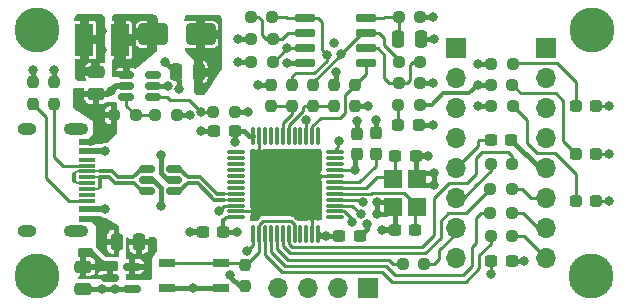
<source format=gtl>
G04 #@! TF.GenerationSoftware,KiCad,Pcbnew,7.0.6-71-g49772d2539*
G04 #@! TF.CreationDate,2023-08-07T20:45:02-04:00*
G04 #@! TF.ProjectId,Free_PDK,46726565-5f50-4444-9b2e-6b696361645f,rev?*
G04 #@! TF.SameCoordinates,Original*
G04 #@! TF.FileFunction,Copper,L1,Top*
G04 #@! TF.FilePolarity,Positive*
%FSLAX46Y46*%
G04 Gerber Fmt 4.6, Leading zero omitted, Abs format (unit mm)*
G04 Created by KiCad (PCBNEW 7.0.6-71-g49772d2539) date 2023-08-07 20:45:02*
%MOMM*%
%LPD*%
G01*
G04 APERTURE LIST*
G04 Aperture macros list*
%AMRoundRect*
0 Rectangle with rounded corners*
0 $1 Rounding radius*
0 $2 $3 $4 $5 $6 $7 $8 $9 X,Y pos of 4 corners*
0 Add a 4 corners polygon primitive as box body*
4,1,4,$2,$3,$4,$5,$6,$7,$8,$9,$2,$3,0*
0 Add four circle primitives for the rounded corners*
1,1,$1+$1,$2,$3*
1,1,$1+$1,$4,$5*
1,1,$1+$1,$6,$7*
1,1,$1+$1,$8,$9*
0 Add four rect primitives between the rounded corners*
20,1,$1+$1,$2,$3,$4,$5,0*
20,1,$1+$1,$4,$5,$6,$7,0*
20,1,$1+$1,$6,$7,$8,$9,0*
20,1,$1+$1,$8,$9,$2,$3,0*%
G04 Aperture macros list end*
G04 #@! TA.AperFunction,SMDPad,CuDef*
%ADD10RoundRect,0.075000X0.662500X0.075000X-0.662500X0.075000X-0.662500X-0.075000X0.662500X-0.075000X0*%
G04 #@! TD*
G04 #@! TA.AperFunction,SMDPad,CuDef*
%ADD11RoundRect,0.075000X0.075000X0.662500X-0.075000X0.662500X-0.075000X-0.662500X0.075000X-0.662500X0*%
G04 #@! TD*
G04 #@! TA.AperFunction,SMDPad,CuDef*
%ADD12RoundRect,0.237500X-0.250000X-0.237500X0.250000X-0.237500X0.250000X0.237500X-0.250000X0.237500X0*%
G04 #@! TD*
G04 #@! TA.AperFunction,ComponentPad*
%ADD13C,3.800000*%
G04 #@! TD*
G04 #@! TA.AperFunction,SMDPad,CuDef*
%ADD14R,1.536000X2.700000*%
G04 #@! TD*
G04 #@! TA.AperFunction,SMDPad,CuDef*
%ADD15RoundRect,0.237500X0.237500X-0.250000X0.237500X0.250000X-0.237500X0.250000X-0.237500X-0.250000X0*%
G04 #@! TD*
G04 #@! TA.AperFunction,SMDPad,CuDef*
%ADD16RoundRect,0.237500X0.287500X0.237500X-0.287500X0.237500X-0.287500X-0.237500X0.287500X-0.237500X0*%
G04 #@! TD*
G04 #@! TA.AperFunction,SMDPad,CuDef*
%ADD17RoundRect,0.237500X0.300000X0.237500X-0.300000X0.237500X-0.300000X-0.237500X0.300000X-0.237500X0*%
G04 #@! TD*
G04 #@! TA.AperFunction,SMDPad,CuDef*
%ADD18RoundRect,0.237500X-0.237500X0.250000X-0.237500X-0.250000X0.237500X-0.250000X0.237500X0.250000X0*%
G04 #@! TD*
G04 #@! TA.AperFunction,SMDPad,CuDef*
%ADD19RoundRect,0.150000X-0.512500X-0.150000X0.512500X-0.150000X0.512500X0.150000X-0.512500X0.150000X0*%
G04 #@! TD*
G04 #@! TA.AperFunction,SMDPad,CuDef*
%ADD20RoundRect,0.237500X0.250000X0.237500X-0.250000X0.237500X-0.250000X-0.237500X0.250000X-0.237500X0*%
G04 #@! TD*
G04 #@! TA.AperFunction,SMDPad,CuDef*
%ADD21RoundRect,0.237500X-0.300000X-0.237500X0.300000X-0.237500X0.300000X0.237500X-0.300000X0.237500X0*%
G04 #@! TD*
G04 #@! TA.AperFunction,SMDPad,CuDef*
%ADD22RoundRect,0.250000X-0.475000X0.250000X-0.475000X-0.250000X0.475000X-0.250000X0.475000X0.250000X0*%
G04 #@! TD*
G04 #@! TA.AperFunction,SMDPad,CuDef*
%ADD23R,1.447200X0.650000*%
G04 #@! TD*
G04 #@! TA.AperFunction,SMDPad,CuDef*
%ADD24R,1.447200X0.672400*%
G04 #@! TD*
G04 #@! TA.AperFunction,SMDPad,CuDef*
%ADD25RoundRect,0.150000X-0.725000X-0.150000X0.725000X-0.150000X0.725000X0.150000X-0.725000X0.150000X0*%
G04 #@! TD*
G04 #@! TA.AperFunction,SMDPad,CuDef*
%ADD26RoundRect,0.150000X0.587500X0.150000X-0.587500X0.150000X-0.587500X-0.150000X0.587500X-0.150000X0*%
G04 #@! TD*
G04 #@! TA.AperFunction,ComponentPad*
%ADD27R,1.700000X1.700000*%
G04 #@! TD*
G04 #@! TA.AperFunction,ComponentPad*
%ADD28O,1.700000X1.700000*%
G04 #@! TD*
G04 #@! TA.AperFunction,SMDPad,CuDef*
%ADD29RoundRect,0.237500X0.237500X-0.300000X0.237500X0.300000X-0.237500X0.300000X-0.237500X-0.300000X0*%
G04 #@! TD*
G04 #@! TA.AperFunction,ComponentPad*
%ADD30O,2.100000X1.000000*%
G04 #@! TD*
G04 #@! TA.AperFunction,ComponentPad*
%ADD31O,1.600000X1.000000*%
G04 #@! TD*
G04 #@! TA.AperFunction,SMDPad,CuDef*
%ADD32R,1.450000X0.600000*%
G04 #@! TD*
G04 #@! TA.AperFunction,SMDPad,CuDef*
%ADD33R,1.450000X0.300000*%
G04 #@! TD*
G04 #@! TA.AperFunction,SMDPad,CuDef*
%ADD34R,1.553800X1.632000*%
G04 #@! TD*
G04 #@! TA.AperFunction,SMDPad,CuDef*
%ADD35R,1.503000X1.632000*%
G04 #@! TD*
G04 #@! TA.AperFunction,SMDPad,CuDef*
%ADD36RoundRect,0.250000X-0.250000X-0.475000X0.250000X-0.475000X0.250000X0.475000X-0.250000X0.475000X0*%
G04 #@! TD*
G04 #@! TA.AperFunction,SMDPad,CuDef*
%ADD37RoundRect,0.250000X0.250000X0.475000X-0.250000X0.475000X-0.250000X-0.475000X0.250000X-0.475000X0*%
G04 #@! TD*
G04 #@! TA.AperFunction,SMDPad,CuDef*
%ADD38RoundRect,0.250000X1.000000X0.650000X-1.000000X0.650000X-1.000000X-0.650000X1.000000X-0.650000X0*%
G04 #@! TD*
G04 #@! TA.AperFunction,ViaPad*
%ADD39C,0.800000*%
G04 #@! TD*
G04 #@! TA.AperFunction,Conductor*
%ADD40C,0.400000*%
G04 #@! TD*
G04 #@! TA.AperFunction,Conductor*
%ADD41C,0.500000*%
G04 #@! TD*
G04 #@! TA.AperFunction,Conductor*
%ADD42C,0.250000*%
G04 #@! TD*
G04 #@! TA.AperFunction,Conductor*
%ADD43C,0.600000*%
G04 #@! TD*
G04 #@! TA.AperFunction,Conductor*
%ADD44C,0.300000*%
G04 #@! TD*
G04 #@! TA.AperFunction,Conductor*
%ADD45C,0.304800*%
G04 #@! TD*
G04 #@! TA.AperFunction,Conductor*
%ADD46C,0.200000*%
G04 #@! TD*
G04 APERTURE END LIST*
D10*
X100490550Y-100171000D03*
X100490550Y-99671000D03*
X100490550Y-99171000D03*
X100490550Y-98671000D03*
X100490550Y-98171000D03*
X100490550Y-97671000D03*
X100490550Y-97171000D03*
X100490550Y-96671000D03*
X100490550Y-96171000D03*
X100490550Y-95671000D03*
X100490550Y-95171000D03*
X100490550Y-94671000D03*
D11*
X99078050Y-93258500D03*
X98578050Y-93258500D03*
X98078050Y-93258500D03*
X97578050Y-93258500D03*
X97078050Y-93258500D03*
X96578050Y-93258500D03*
X96078050Y-93258500D03*
X95578050Y-93258500D03*
X95078050Y-93258500D03*
X94578050Y-93258500D03*
X94078050Y-93258500D03*
X93578050Y-93258500D03*
D10*
X92165550Y-94671000D03*
X92165550Y-95171000D03*
X92165550Y-95671000D03*
X92165550Y-96171000D03*
X92165550Y-96671000D03*
X92165550Y-97171000D03*
X92165550Y-97671000D03*
X92165550Y-98171000D03*
X92165550Y-98671000D03*
X92165550Y-99171000D03*
X92165550Y-99671000D03*
X92165550Y-100171000D03*
D11*
X93578050Y-101583500D03*
X94078050Y-101583500D03*
X94578050Y-101583500D03*
X95078050Y-101583500D03*
X95578050Y-101583500D03*
X96078050Y-101583500D03*
X96578050Y-101583500D03*
X97078050Y-101583500D03*
X97578050Y-101583500D03*
X98078050Y-101583500D03*
X98578050Y-101583500D03*
X99078050Y-101583500D03*
D12*
X113702350Y-88925400D03*
X115527350Y-88925400D03*
D13*
X122224800Y-84302600D03*
D14*
X79279400Y-85140800D03*
X82315400Y-85140800D03*
D15*
X98661749Y-90754200D03*
X98661749Y-88929200D03*
D16*
X107617200Y-92329000D03*
X105867200Y-92329000D03*
D15*
X92913200Y-106017700D03*
X92913200Y-104192700D03*
D17*
X107312800Y-101269800D03*
X105587800Y-101269800D03*
D18*
X76708000Y-88749500D03*
X76708000Y-90574500D03*
D13*
X75311000Y-84328000D03*
D19*
X82815000Y-88077000D03*
X82815000Y-89027000D03*
X82815000Y-89977000D03*
X85090000Y-89977000D03*
X85090000Y-89027000D03*
X85090000Y-88077000D03*
D20*
X107725750Y-83185000D03*
X105900750Y-83185000D03*
D21*
X113699650Y-93599000D03*
X115424650Y-93599000D03*
D22*
X79197200Y-104333000D03*
X79197200Y-106233000D03*
D20*
X115474650Y-97764600D03*
X113649650Y-97764600D03*
D23*
X90830400Y-106172000D03*
X86283200Y-106172000D03*
D24*
X90830400Y-104010800D03*
D23*
X86283200Y-104022000D03*
D20*
X91996900Y-91236800D03*
X90171900Y-91236800D03*
D25*
X97950551Y-83312000D03*
X97950551Y-84582000D03*
X97950551Y-85852000D03*
X97950551Y-87122000D03*
X103100551Y-87122000D03*
X103100551Y-85852000D03*
X103100551Y-84582000D03*
X103100551Y-83312000D03*
D12*
X113675050Y-95656400D03*
X115500050Y-95656400D03*
D19*
X84593000Y-96078000D03*
X84593000Y-97028000D03*
X84593000Y-97978000D03*
X86868000Y-97978000D03*
X86868000Y-97028000D03*
X86868000Y-96078000D03*
D26*
X83335100Y-106233000D03*
X83335100Y-104333000D03*
X81460100Y-105283000D03*
D15*
X100439750Y-90754200D03*
X100439750Y-88929200D03*
D12*
X93401551Y-85090000D03*
X95226551Y-85090000D03*
D20*
X95191551Y-83185000D03*
X93366551Y-83185000D03*
D16*
X122631200Y-98780600D03*
X120881200Y-98780600D03*
D27*
X110726750Y-85840600D03*
D28*
X110726750Y-88380600D03*
X110726750Y-90920600D03*
X110726750Y-93460600D03*
X110726750Y-96000600D03*
X110726750Y-98540600D03*
X110726750Y-101080600D03*
X110726750Y-103620600D03*
D16*
X122631200Y-94767400D03*
X120881200Y-94767400D03*
D29*
X103936800Y-94765200D03*
X103936800Y-93040200D03*
D20*
X115474650Y-99771200D03*
X113649650Y-99771200D03*
D27*
X103284550Y-106172000D03*
D28*
X100744550Y-106172000D03*
X98204550Y-106172000D03*
X95664550Y-106172000D03*
D20*
X95226551Y-86995000D03*
X93401551Y-86995000D03*
D30*
X78576600Y-92710000D03*
D31*
X74396600Y-92710000D03*
D30*
X78576600Y-101350000D03*
D31*
X74396600Y-101350000D03*
D32*
X79491600Y-93780000D03*
X79491600Y-94580000D03*
D33*
X79491600Y-95780000D03*
X79491600Y-96780000D03*
X79491600Y-97280000D03*
X79491600Y-98280000D03*
D32*
X79491600Y-99480000D03*
X79491600Y-100280000D03*
X79491600Y-100280000D03*
X79491600Y-99480000D03*
D33*
X79491600Y-98780000D03*
X79491600Y-97780000D03*
X79491600Y-96280000D03*
X79491600Y-95280000D03*
D32*
X79491600Y-94580000D03*
X79491600Y-93780000D03*
D15*
X96883750Y-90754200D03*
X96883750Y-88929200D03*
D22*
X80264000Y-87848400D03*
X80264000Y-89748400D03*
D20*
X115500050Y-101777800D03*
X113675050Y-101777800D03*
D18*
X102217750Y-88929200D03*
X102217750Y-90754200D03*
D34*
X107467400Y-99333000D03*
X107467400Y-96901000D03*
D35*
X105389000Y-96901000D03*
X105389000Y-99333000D03*
D20*
X107694100Y-90627200D03*
X105869100Y-90627200D03*
D17*
X91059000Y-101396800D03*
X89334000Y-101396800D03*
D12*
X105900750Y-87045800D03*
X107725750Y-87045800D03*
D36*
X105865150Y-85064600D03*
X107765150Y-85064600D03*
D13*
X122199400Y-105156000D03*
D15*
X95105750Y-90754200D03*
X95105750Y-88929200D03*
D12*
X85293200Y-91516200D03*
X87118200Y-91516200D03*
D29*
X102336600Y-94818200D03*
X102336600Y-93093200D03*
D18*
X74930000Y-88749499D03*
X74930000Y-90574499D03*
D16*
X122631200Y-90728800D03*
X120881200Y-90728800D03*
D13*
X75311000Y-105156000D03*
D21*
X100872650Y-101727000D03*
X102597650Y-101727000D03*
X105614300Y-94970600D03*
X107339300Y-94970600D03*
D37*
X88961000Y-87884000D03*
X87061000Y-87884000D03*
D38*
X89122000Y-84683600D03*
X85122000Y-84683600D03*
D27*
X118346750Y-85852000D03*
D28*
X118346750Y-88392000D03*
X118346750Y-90932000D03*
X118346750Y-93472000D03*
X118346750Y-96012000D03*
X118346750Y-98552000D03*
X118346750Y-101092000D03*
X118346750Y-103632000D03*
D12*
X113725850Y-90703400D03*
X115550850Y-90703400D03*
X113725850Y-87172800D03*
X115550850Y-87172800D03*
D20*
X83614900Y-91516200D03*
X81789900Y-91516200D03*
D21*
X113725050Y-103835200D03*
X115450050Y-103835200D03*
D17*
X91998550Y-92837000D03*
X90273550Y-92837000D03*
D20*
X107725750Y-88773000D03*
X105900750Y-88773000D03*
X108083250Y-104114600D03*
X106258250Y-104114600D03*
D37*
X83906400Y-102235000D03*
X82006400Y-102235000D03*
D39*
X94013550Y-88925400D03*
X94132400Y-95275400D03*
X76708000Y-87655400D03*
X103200200Y-100761800D03*
X96477350Y-87122000D03*
X100617550Y-87833200D03*
X108788200Y-92329000D03*
X81838800Y-106273600D03*
X96350350Y-99466400D03*
X92286350Y-86995000D03*
X89136750Y-92837000D03*
X98560150Y-97434400D03*
X116509800Y-103860600D03*
X87312358Y-89268853D03*
X98534750Y-95199200D03*
X80848200Y-101168200D03*
X97417150Y-96291400D03*
X96324950Y-95199200D03*
X95156550Y-98399600D03*
X74930000Y-87655400D03*
X103284550Y-90754200D03*
X79324200Y-90982800D03*
X104478000Y-101273200D03*
X108383251Y-94982899D03*
X80594200Y-92278200D03*
X85750400Y-99187000D03*
X80822800Y-102412800D03*
X102336600Y-91973400D03*
X108821750Y-88773000D03*
X78892400Y-89763600D03*
X108898850Y-97409000D03*
X95131150Y-96316800D03*
X93116400Y-91236800D03*
X104063800Y-99906522D03*
X104060333Y-98877344D03*
X100380800Y-85394800D03*
X88239600Y-101396800D03*
X92311750Y-85090000D03*
X108847150Y-85064600D03*
X81559400Y-89433400D03*
X103936800Y-91945800D03*
X80416400Y-91211400D03*
X81483200Y-92837000D03*
X94038950Y-97434400D03*
X86150000Y-86973000D03*
X96324950Y-97434400D03*
X98534750Y-99720400D03*
X97493350Y-98425000D03*
X80645000Y-93345000D03*
X80797400Y-106273600D03*
X91643200Y-105079800D03*
X108898850Y-96393000D03*
X94038950Y-99466400D03*
X84531200Y-105054400D03*
X85039200Y-102260400D03*
X112629850Y-90703400D03*
X92203100Y-101396800D03*
X112606350Y-88925400D03*
X84531200Y-103581200D03*
X88498200Y-106163800D03*
X99779350Y-101727000D03*
X102192350Y-96164400D03*
X112629850Y-87172800D03*
X91998800Y-93806499D03*
X78968600Y-87960200D03*
X81000600Y-99480000D03*
X81584800Y-104267000D03*
X80746600Y-84429600D03*
X85750400Y-94894400D03*
X79194900Y-103164600D03*
X80746600Y-85979000D03*
X80670400Y-104267000D03*
X81000600Y-94580000D03*
X86334444Y-89062240D03*
X100990400Y-86372100D03*
X113715800Y-104978200D03*
X99826133Y-86417610D03*
X101968900Y-100587722D03*
X123723400Y-90728800D03*
X102695005Y-99896170D03*
X123723400Y-94767400D03*
X123723400Y-98780600D03*
X102886750Y-98895500D03*
X90652600Y-99644200D03*
X93091000Y-103022400D03*
X89148768Y-91237869D03*
X100812600Y-93675200D03*
X96477350Y-85852000D03*
X98081858Y-91926909D03*
X88925400Y-86385400D03*
X108821750Y-83185000D03*
X90220800Y-86360000D03*
X88188800Y-91516200D03*
X90271600Y-87452200D03*
X88976200Y-89154000D03*
D40*
X86150000Y-86973000D02*
X87061000Y-87884000D01*
X85750400Y-99187000D02*
X85750400Y-97655283D01*
X87061000Y-88331000D02*
X87061000Y-87884000D01*
D41*
X104481400Y-101269800D02*
X105581000Y-101269800D01*
D40*
X104848228Y-99906522D02*
X104063800Y-99906522D01*
D41*
X80035400Y-89748400D02*
X81244400Y-89748400D01*
D40*
X92286350Y-86995000D02*
X93401551Y-86995000D01*
X79960000Y-100280000D02*
X79491600Y-100280000D01*
X105587800Y-101269800D02*
X105587800Y-99531800D01*
X85123117Y-97028000D02*
X84593000Y-97028000D01*
X74930000Y-88749499D02*
X74930000Y-87655400D01*
X89136750Y-92837000D02*
X90273550Y-92837000D01*
X108847150Y-85064600D02*
X107765150Y-85064600D01*
X85750400Y-97655283D02*
X85123117Y-97028000D01*
X100617550Y-87833200D02*
X100617550Y-88751400D01*
X79491600Y-93780000D02*
X79752800Y-93780000D01*
X103200200Y-100761800D02*
X103200200Y-101124450D01*
X107493750Y-96907400D02*
X107995350Y-97409000D01*
X107725750Y-88773000D02*
X108821750Y-88773000D01*
X102336600Y-93093200D02*
X102336600Y-91973400D01*
X80797400Y-106273600D02*
X79237800Y-106273600D01*
X91643200Y-105226000D02*
X92434900Y-106017700D01*
X107339300Y-96772900D02*
X107467400Y-96901000D01*
X103200200Y-101124450D02*
X102597650Y-101727000D01*
X105587800Y-99531800D02*
X105389000Y-99333000D01*
X104063800Y-99899588D02*
X104063800Y-98880811D01*
X105415350Y-99339400D02*
X104848228Y-99906522D01*
D42*
X98560150Y-97434400D02*
X99323550Y-96671000D01*
X98578050Y-99763700D02*
X98534750Y-99720400D01*
D40*
X93401551Y-85090000D02*
X92311750Y-85090000D01*
X87312358Y-88582358D02*
X87061000Y-88331000D01*
X115424650Y-93599000D02*
X117837650Y-96012000D01*
X102217750Y-90754200D02*
X103284550Y-90754200D01*
D41*
X108383251Y-94982899D02*
X107351599Y-94982899D01*
D40*
X80619600Y-93319600D02*
X80645000Y-93345000D01*
X96477350Y-87122000D02*
X97950551Y-87122000D01*
X95101950Y-88925400D02*
X95105750Y-88929200D01*
D42*
X98578050Y-101583500D02*
X98578050Y-99763700D01*
X92165550Y-99671000D02*
X93834350Y-99671000D01*
D40*
X107995350Y-97409000D02*
X108898850Y-97409000D01*
X108898850Y-96393000D02*
X108008150Y-96393000D01*
D42*
X94078050Y-95221050D02*
X94078050Y-93258500D01*
D40*
X103936800Y-91945800D02*
X103936800Y-93040200D01*
X107617200Y-92329000D02*
X108788200Y-92329000D01*
X80848200Y-101168200D02*
X79960000Y-100280000D01*
X117837650Y-96012000D02*
X118346750Y-96012000D01*
X103956117Y-98969967D02*
X103952650Y-98966500D01*
X80797400Y-106273600D02*
X81838800Y-106273600D01*
D43*
X79752800Y-93780000D02*
X80213200Y-93319600D01*
D40*
X83294500Y-106273600D02*
X83335100Y-106233000D01*
X107339300Y-94970600D02*
X107339300Y-96772900D01*
X116484400Y-103835200D02*
X115450050Y-103835200D01*
X79525100Y-106156800D02*
X79525100Y-106106000D01*
X87312358Y-89268853D02*
X87312358Y-88582358D01*
X108898850Y-96393000D02*
X108898850Y-97409000D01*
X105590000Y-99534000D02*
X105389000Y-99333000D01*
D41*
X79999800Y-89712800D02*
X80035400Y-89748400D01*
D40*
X83340100Y-106238000D02*
X83335100Y-106233000D01*
X100617550Y-88751400D02*
X100439750Y-88929200D01*
X80213200Y-93319600D02*
X80619600Y-93319600D01*
D42*
X93834350Y-99671000D02*
X94038950Y-99466400D01*
X99323550Y-96671000D02*
X100490550Y-96671000D01*
D40*
X79237800Y-106273600D02*
X79197200Y-106233000D01*
D41*
X81244400Y-89748400D02*
X81559400Y-89433400D01*
X81965800Y-89027000D02*
X82815000Y-89027000D01*
D40*
X103952650Y-99992211D02*
X103956117Y-99988744D01*
D41*
X88239600Y-101396800D02*
X89334000Y-101396800D01*
D40*
X81838800Y-106273600D02*
X83294500Y-106273600D01*
X116509800Y-103860600D02*
X116484400Y-103835200D01*
X79492400Y-100279200D02*
X79491600Y-100280000D01*
X104953294Y-98877344D02*
X105415350Y-99339400D01*
X108008150Y-96393000D02*
X107493750Y-96907400D01*
X93116400Y-91236800D02*
X91996900Y-91236800D01*
D41*
X81559400Y-89433400D02*
X81965800Y-89027000D01*
D42*
X94132400Y-95275400D02*
X94078050Y-95221050D01*
D40*
X79197200Y-106182200D02*
X79248000Y-106131400D01*
X94013550Y-88925400D02*
X95101950Y-88925400D01*
X104060333Y-98877344D02*
X104953294Y-98877344D01*
X76708000Y-88749500D02*
X76708000Y-87655400D01*
X92434900Y-106017700D02*
X92913200Y-106017700D01*
X91643200Y-105079800D02*
X91643200Y-105226000D01*
D42*
X104681550Y-86393550D02*
X104140000Y-85852000D01*
X105900750Y-88773000D02*
X106561150Y-88773000D01*
X106815150Y-88519000D02*
X106815150Y-87299800D01*
X105900750Y-88773000D02*
X105079800Y-88773000D01*
X104140000Y-85852000D02*
X103100551Y-85852000D01*
X107069150Y-87045800D02*
X107725750Y-87045800D01*
X106815150Y-87299800D02*
X107069150Y-87045800D01*
X105079800Y-88773000D02*
X104681550Y-88374750D01*
X106561150Y-88773000D02*
X106815150Y-88519000D01*
X104681550Y-88374750D02*
X104681550Y-86393550D01*
X103936800Y-95791550D02*
X103936800Y-94765200D01*
X100490550Y-97171000D02*
X102557350Y-97171000D01*
X102557350Y-97171000D02*
X103936800Y-95791550D01*
D40*
X100872650Y-101727000D02*
X99779350Y-101727000D01*
D44*
X111869750Y-89662000D02*
X112606350Y-88925400D01*
D40*
X88490000Y-106172000D02*
X88498200Y-106163800D01*
D44*
X108712000Y-90627200D02*
X109677200Y-89662000D01*
D40*
X99779350Y-101727000D02*
X99221550Y-101727000D01*
D42*
X91295300Y-100171000D02*
X92115550Y-100171000D01*
D40*
X99221550Y-101727000D02*
X99128050Y-101633500D01*
X93215850Y-93258500D02*
X93528050Y-93258500D01*
X102336600Y-94818200D02*
X102209600Y-94945200D01*
X99128050Y-101633500D02*
X99128050Y-101583500D01*
D42*
X102185750Y-96171000D02*
X100490550Y-96171000D01*
D44*
X107694100Y-90627200D02*
X108712000Y-90627200D01*
D40*
X113725850Y-87172800D02*
X112629850Y-87172800D01*
X92203100Y-101396800D02*
X91059000Y-101396800D01*
X91998550Y-92837000D02*
X92794350Y-92837000D01*
X102311200Y-96045550D02*
X102192350Y-96164400D01*
X113725850Y-90703400D02*
X112629850Y-90703400D01*
D42*
X102192350Y-96164400D02*
X102185750Y-96171000D01*
D40*
X88498200Y-106163800D02*
X90822200Y-106163800D01*
X90822200Y-106163800D02*
X90830400Y-106172000D01*
D44*
X109677200Y-89662000D02*
X111869750Y-89662000D01*
D40*
X102209600Y-94945200D02*
X102209600Y-96147150D01*
X102209600Y-96147150D02*
X102192350Y-96164400D01*
X92794350Y-92837000D02*
X93215850Y-93258500D01*
X91998800Y-93806499D02*
X91998550Y-93806249D01*
X113702350Y-88925400D02*
X112606350Y-88925400D01*
X86384800Y-106172000D02*
X88490000Y-106172000D01*
X91998550Y-93806249D02*
X91998550Y-92837000D01*
D44*
X91059000Y-101396800D02*
X91059000Y-100407300D01*
D42*
X91059000Y-100407300D02*
X91295300Y-100171000D01*
D41*
X81000600Y-94580000D02*
X79491600Y-94580000D01*
D40*
X85750400Y-96400717D02*
X86377683Y-97028000D01*
X86377683Y-97028000D02*
X86868000Y-97028000D01*
X85125240Y-89062240D02*
X85090000Y-89027000D01*
X85750400Y-94894400D02*
X85750400Y-96400717D01*
D41*
X81000600Y-99480000D02*
X79491600Y-99480000D01*
D40*
X86334444Y-89062240D02*
X85125240Y-89062240D01*
D42*
X103581200Y-98171000D02*
X103632000Y-98120200D01*
X107315000Y-99485400D02*
X107467400Y-99333000D01*
X106325350Y-98120200D02*
X107519150Y-99314000D01*
X103632000Y-98120200D02*
X106325350Y-98120200D01*
X107312800Y-101269800D02*
X107312800Y-99487600D01*
X100490550Y-98171000D02*
X103581200Y-98171000D01*
X107312800Y-99487600D02*
X107467400Y-99333000D01*
X103141400Y-97671000D02*
X104027100Y-96785300D01*
X105614300Y-96675700D02*
X105389000Y-96901000D01*
X100490550Y-97671000D02*
X103141400Y-97671000D01*
X105614300Y-94970600D02*
X105614300Y-96675700D01*
X104027100Y-96785300D02*
X105389950Y-96785300D01*
X113725050Y-104968950D02*
X113725050Y-103835200D01*
X102780500Y-84582000D02*
X103075151Y-84582000D01*
X98661749Y-88722201D02*
X98661749Y-88929200D01*
X100990400Y-86372100D02*
X100990400Y-86393550D01*
X104681550Y-85584786D02*
X105900750Y-86803986D01*
X105900750Y-86803986D02*
X105900750Y-87045800D01*
X104249750Y-84582000D02*
X104681550Y-85013800D01*
X103100551Y-84582000D02*
X104249750Y-84582000D01*
X100990400Y-86393550D02*
X98661749Y-88722201D01*
X100990400Y-86372100D02*
X102780500Y-84582000D01*
X113715800Y-104978200D02*
X113725050Y-104968950D01*
X104681550Y-85013800D02*
X104681550Y-85584786D01*
X96324950Y-83185000D02*
X96451950Y-83312000D01*
X112682550Y-93599000D02*
X112606350Y-93675200D01*
X98763350Y-87960200D02*
X97163150Y-87960200D01*
X96883750Y-88239600D02*
X96883750Y-88929200D01*
X97163150Y-87960200D02*
X96883750Y-88239600D01*
X112606350Y-94132400D02*
X110726750Y-96012000D01*
X113699650Y-93599000D02*
X112682550Y-93599000D01*
X99390200Y-83659450D02*
X99042750Y-83312000D01*
X97950551Y-83312000D02*
X96451950Y-83312000D01*
X112606350Y-93675200D02*
X112606350Y-94132400D01*
X99826133Y-86417610D02*
X99826133Y-86897417D01*
X99826133Y-86897417D02*
X98763350Y-87960200D01*
X99390200Y-85981677D02*
X99390200Y-83659450D01*
X95191551Y-83185000D02*
X96324950Y-83185000D01*
X99042750Y-83312000D02*
X97950551Y-83312000D01*
X99826133Y-86417610D02*
X99390200Y-85981677D01*
X101968900Y-100346165D02*
X101293735Y-99671000D01*
X123723400Y-90728800D02*
X122631200Y-90728800D01*
X101293735Y-99671000D02*
X100490550Y-99671000D01*
X101968900Y-100587722D02*
X101968900Y-100346165D01*
X120878600Y-88714050D02*
X120878600Y-90726200D01*
X115550850Y-87172800D02*
X115601650Y-87122000D01*
X120878600Y-90726200D02*
X120881200Y-90728800D01*
X119286550Y-87122000D02*
X120878600Y-88714050D01*
X115601650Y-87122000D02*
X119286550Y-87122000D01*
X122631200Y-94767400D02*
X123723400Y-94767400D01*
X102695005Y-99896170D02*
X101969835Y-99171000D01*
X101969835Y-99171000D02*
X100490550Y-99171000D01*
X119176800Y-89662000D02*
X119811800Y-90297000D01*
X119811800Y-93698000D02*
X120881200Y-94767400D01*
X119811800Y-90297000D02*
X119811800Y-93698000D01*
X115527350Y-88925400D02*
X116263950Y-89662000D01*
X116263950Y-89662000D02*
X119176800Y-89662000D01*
X102662250Y-98671000D02*
X100490550Y-98671000D01*
X102886750Y-98895500D02*
X102662250Y-98671000D01*
X122631200Y-98780600D02*
X123723400Y-98780600D01*
X120881200Y-96522600D02*
X120881200Y-98704400D01*
X115550850Y-90703400D02*
X116771950Y-91924500D01*
X116771950Y-91924500D02*
X116771950Y-93878400D01*
X117635550Y-94742000D02*
X119100600Y-94742000D01*
X119100600Y-94742000D02*
X120881200Y-96522600D01*
X116771950Y-93878400D02*
X117635550Y-94742000D01*
X76708000Y-95021400D02*
X76708000Y-90574500D01*
X77466600Y-95780000D02*
X76708000Y-95021400D01*
X79491600Y-95780000D02*
X77466600Y-95780000D01*
X76022200Y-91666699D02*
X74930000Y-90574499D01*
X79491600Y-98780000D02*
X77977400Y-98780000D01*
X76022200Y-96824800D02*
X76022200Y-91666699D01*
X77977400Y-98780000D02*
X76022200Y-96824800D01*
X90652600Y-99644200D02*
X91125800Y-99171000D01*
X91125800Y-99171000D02*
X92165550Y-99171000D01*
X93091000Y-103022400D02*
X93573600Y-102539800D01*
X93573600Y-101587950D02*
X93578050Y-101583500D01*
X93573600Y-102539800D02*
X93573600Y-101587950D01*
X96578050Y-101583500D02*
X96578050Y-102386685D01*
X108872550Y-101650800D02*
X108872550Y-98526600D01*
X96864514Y-102673149D02*
X107850201Y-102673149D01*
X108872550Y-98526600D02*
X110117150Y-97282000D01*
X112453950Y-95173800D02*
X112987350Y-94640400D01*
X112453950Y-96469200D02*
X112453950Y-95173800D01*
X96578050Y-102386685D02*
X96864514Y-102673149D01*
X115146350Y-94640400D02*
X115500050Y-94994100D01*
X115500050Y-94994100D02*
X115500050Y-95656400D01*
X111641150Y-97282000D02*
X112453950Y-96469200D01*
X112987350Y-94640400D02*
X115146350Y-94640400D01*
X110117150Y-97282000D02*
X111641150Y-97282000D01*
X107850201Y-102673149D02*
X108872550Y-101650800D01*
X95578050Y-102808900D02*
X95578050Y-101583500D01*
X96528150Y-103759000D02*
X95578050Y-102808900D01*
X105087950Y-103759000D02*
X96528150Y-103759000D01*
X105443550Y-104114600D02*
X105087950Y-103759000D01*
X105443550Y-104114600D02*
X106258250Y-104114600D01*
X96078050Y-102597700D02*
X96680550Y-103200200D01*
X108161350Y-103200200D02*
X109456750Y-101904800D01*
X109456750Y-100457000D02*
X110091750Y-99822000D01*
X96680550Y-103200200D02*
X108161350Y-103200200D01*
X110091750Y-99822000D02*
X111592250Y-99822000D01*
X111592250Y-99822000D02*
X113649650Y-97764600D01*
X109456750Y-101904800D02*
X109456750Y-100457000D01*
X96078050Y-101583500D02*
X96078050Y-102597700D01*
X96299550Y-104292400D02*
X104783150Y-104292400D01*
X112453950Y-100203000D02*
X112885750Y-99771200D01*
X112115600Y-104292400D02*
X112115600Y-102649550D01*
X95078050Y-101583500D02*
X95078050Y-103070900D01*
X112115600Y-102649550D02*
X112453950Y-102311200D01*
X112453950Y-102311200D02*
X112453950Y-100203000D01*
X104783150Y-104292400D02*
X105570550Y-105079800D01*
X111328200Y-105079800D02*
X112115600Y-104292400D01*
X112885750Y-99771200D02*
X113649650Y-99771200D01*
X95078050Y-103070900D02*
X96299550Y-104292400D01*
X105570550Y-105079800D02*
X111328200Y-105079800D01*
X94578050Y-101583500D02*
X94578050Y-103358300D01*
X105291150Y-105638600D02*
X111582200Y-105638600D01*
X112725200Y-104495600D02*
X112725200Y-103352600D01*
X94578050Y-103358300D02*
X96045550Y-104825800D01*
X113675050Y-102402750D02*
X113675050Y-101777800D01*
X111582200Y-105638600D02*
X112725200Y-104495600D01*
X96045550Y-104825800D02*
X104478350Y-104825800D01*
X104478350Y-104825800D02*
X105291150Y-105638600D01*
X112725200Y-103352600D02*
X113675050Y-102402750D01*
X86512400Y-90246200D02*
X86243200Y-89977000D01*
X100490550Y-94479850D02*
X100490550Y-94671000D01*
X86243200Y-89977000D02*
X85090000Y-89977000D01*
X100761800Y-93726000D02*
X100761800Y-94208600D01*
X89148768Y-91237869D02*
X89149837Y-91236800D01*
X89148768Y-91237869D02*
X88157099Y-90246200D01*
X100812600Y-93675200D02*
X100761800Y-93726000D01*
X100761800Y-94208600D02*
X100490550Y-94479850D01*
X89149837Y-91236800D02*
X90171900Y-91236800D01*
X88157099Y-90246200D02*
X86512400Y-90246200D01*
X101328750Y-89818200D02*
X102217750Y-88929200D01*
X100922350Y-91719400D02*
X101328750Y-91313000D01*
X103100551Y-88046399D02*
X102217750Y-88929200D01*
X103100551Y-87122000D02*
X103100551Y-88046399D01*
X98578050Y-93258500D02*
X98578050Y-92455315D01*
X98578050Y-92455315D02*
X99313965Y-91719400D01*
X99313965Y-91719400D02*
X100922350Y-91719400D01*
X101328750Y-91313000D02*
X101328750Y-89818200D01*
X98078050Y-91930717D02*
X98081858Y-91926909D01*
X96477350Y-85852000D02*
X97950551Y-85852000D01*
X98078050Y-93258500D02*
X98078050Y-91930717D01*
X95334350Y-86995000D02*
X96477350Y-85852000D01*
X95226551Y-86995000D02*
X95334350Y-86995000D01*
X94292950Y-84734400D02*
X94648550Y-85090000D01*
X95226551Y-85090000D02*
X96045550Y-85090000D01*
X96045550Y-85090000D02*
X96553550Y-84582000D01*
X93988150Y-83185000D02*
X94292950Y-83489800D01*
X94648550Y-85090000D02*
X95226551Y-85090000D01*
X94292950Y-83489800D02*
X94292950Y-84734400D01*
X96553550Y-84582000D02*
X97950551Y-84582000D01*
X93366551Y-83185000D02*
X93988150Y-83185000D01*
X96883750Y-91381050D02*
X96883750Y-90754200D01*
X95105750Y-90754200D02*
X96883750Y-90754200D01*
X96078050Y-93258500D02*
X96078050Y-92186750D01*
X96078050Y-92186750D02*
X96883750Y-91381050D01*
X96578050Y-93258500D02*
X96578050Y-92455315D01*
X96578050Y-92382915D02*
X97764600Y-91196365D01*
X98661749Y-90754200D02*
X100439750Y-90754200D01*
X97764600Y-91196365D02*
X97764600Y-90906600D01*
X97764600Y-90906600D02*
X97917000Y-90754200D01*
X97917000Y-90754200D02*
X98661749Y-90754200D01*
X82815000Y-89977000D02*
X82815000Y-90716300D01*
X83614900Y-91516200D02*
X85293200Y-91516200D01*
X82815000Y-90716300D02*
X83614900Y-91516200D01*
D45*
X88018000Y-97282000D02*
X87322000Y-97978000D01*
X90285388Y-98671000D02*
X88896388Y-97282000D01*
X88896388Y-97282000D02*
X88018000Y-97282000D01*
X87322000Y-97978000D02*
X86868000Y-97978000D01*
X91067150Y-98671000D02*
X90285388Y-98671000D01*
D46*
X91067150Y-98671000D02*
X92165550Y-98671000D01*
D45*
X91067150Y-98171000D02*
X90503812Y-98171000D01*
D46*
X91067150Y-98171000D02*
X92165550Y-98171000D01*
D45*
X88024000Y-96774000D02*
X87328000Y-96078000D01*
X87328000Y-96078000D02*
X86868000Y-96078000D01*
X90503812Y-98171000D02*
X89106812Y-96774000D01*
X89106812Y-96774000D02*
X88024000Y-96774000D01*
D42*
X105865150Y-85064600D02*
X105901850Y-85027900D01*
X105901850Y-83185000D02*
X104706950Y-83185000D01*
X105901850Y-85027900D02*
X105901850Y-83185000D01*
X103100551Y-83312000D02*
X104579950Y-83312000D01*
X104579950Y-83312000D02*
X104706950Y-83185000D01*
X94078050Y-101583500D02*
X94078050Y-103060655D01*
X94401365Y-100457000D02*
X96754735Y-100457000D01*
X86283200Y-104047400D02*
X92767900Y-104047400D01*
X96754735Y-100457000D02*
X97078050Y-100780315D01*
X92767900Y-104047400D02*
X92913200Y-104192700D01*
X92946005Y-104192700D02*
X92913200Y-104192700D01*
X94078050Y-101583500D02*
X94078050Y-100780315D01*
X94078050Y-103060655D02*
X92946005Y-104192700D01*
X94078050Y-100780315D02*
X94401365Y-100457000D01*
X97078050Y-100780315D02*
X97078050Y-101583500D01*
D40*
X88976200Y-87899200D02*
X88961000Y-87884000D01*
X107726850Y-83185000D02*
X108821750Y-83185000D01*
X87118200Y-91516200D02*
X88188800Y-91516200D01*
D42*
X112472150Y-97441600D02*
X112472150Y-97468396D01*
X111388546Y-98552000D02*
X110726750Y-98552000D01*
X111156550Y-98552000D02*
X111110050Y-98598500D01*
X112472150Y-97468396D02*
X111388546Y-98552000D01*
X113675050Y-95656400D02*
X113675050Y-96238700D01*
X113675050Y-96238700D02*
X112472150Y-97441600D01*
X110726750Y-101541050D02*
X110726750Y-101092000D01*
X109321600Y-103682800D02*
X109321600Y-102946200D01*
X109321600Y-102946200D02*
X110726750Y-101541050D01*
X108889800Y-104114600D02*
X109321600Y-103682800D01*
X108083250Y-104114600D02*
X108889800Y-104114600D01*
X117102150Y-98552000D02*
X118346750Y-98552000D01*
X115474650Y-97764600D02*
X116314750Y-97764600D01*
X116314750Y-97764600D02*
X117102150Y-98552000D01*
X115474650Y-99771200D02*
X116390950Y-99771200D01*
X117711750Y-101092000D02*
X118302550Y-101092000D01*
X116390950Y-99771200D02*
X117711750Y-101092000D01*
X115500050Y-101777800D02*
X116492550Y-101777800D01*
X116492550Y-101777800D02*
X118346750Y-103632000D01*
D45*
X80568800Y-96774000D02*
X81377988Y-96774000D01*
X83456499Y-97282000D02*
X84152499Y-97978000D01*
X80568800Y-97612200D02*
X80568800Y-96774000D01*
X81377988Y-96774000D02*
X81885988Y-97282000D01*
D46*
X80401000Y-97780000D02*
X80568800Y-97612200D01*
X80568800Y-96774000D02*
X80562800Y-96780000D01*
D45*
X84152499Y-97978000D02*
X84593000Y-97978000D01*
X81885988Y-97282000D02*
X83456499Y-97282000D01*
D46*
X80091600Y-97755000D02*
X80066600Y-97780000D01*
X80562800Y-96780000D02*
X79491600Y-96780000D01*
X79491600Y-97780000D02*
X80401000Y-97780000D01*
X80568800Y-96280000D02*
X79491600Y-96280000D01*
D45*
X81602412Y-96280000D02*
X82096412Y-96774000D01*
X80568800Y-96280000D02*
X81602412Y-96280000D01*
X84135000Y-96078000D02*
X84593000Y-96078000D01*
D46*
X78638400Y-97280000D02*
X79491600Y-97280000D01*
D45*
X78409800Y-96508600D02*
X78409800Y-97051400D01*
X82096412Y-96774000D02*
X83439000Y-96774000D01*
D46*
X78409800Y-97051400D02*
X78638400Y-97280000D01*
X78638400Y-96280000D02*
X79491600Y-96280000D01*
D45*
X83439000Y-96774000D02*
X84135000Y-96078000D01*
D46*
X78409800Y-96508600D02*
X78638400Y-96280000D01*
D42*
X105867200Y-92329000D02*
X105867200Y-90629100D01*
X105867200Y-90629100D02*
X105869100Y-90627200D01*
G04 #@! TA.AperFunction,Conductor*
G36*
X83049439Y-101873685D02*
G01*
X83095194Y-101926489D01*
X83106400Y-101978000D01*
X83106400Y-101985000D01*
X84706400Y-101985000D01*
X84706400Y-101978000D01*
X84726085Y-101910961D01*
X84778889Y-101865206D01*
X84830400Y-101854000D01*
X85270800Y-101854000D01*
X85337839Y-101873685D01*
X85383594Y-101926489D01*
X85394800Y-101978000D01*
X85394800Y-103035655D01*
X85375115Y-103102694D01*
X85373974Y-103104438D01*
X84988400Y-103682799D01*
X84988400Y-105339650D01*
X84968715Y-105406689D01*
X84915911Y-105452444D01*
X84867283Y-105463616D01*
X82930883Y-105508649D01*
X82863404Y-105490529D01*
X82816434Y-105438803D01*
X82804000Y-105384683D01*
X82804000Y-105056999D01*
X82823685Y-104989960D01*
X82876489Y-104944205D01*
X82928000Y-104932999D01*
X83085100Y-104932999D01*
X83085100Y-104583000D01*
X83585100Y-104583000D01*
X83585100Y-104932999D01*
X83976796Y-104932999D01*
X84007206Y-104930148D01*
X84135245Y-104885346D01*
X84244392Y-104804792D01*
X84324946Y-104695645D01*
X84364362Y-104583000D01*
X83585100Y-104583000D01*
X83085100Y-104583000D01*
X83085100Y-103733000D01*
X83585100Y-103733000D01*
X83585100Y-104083000D01*
X84364361Y-104083000D01*
X84324946Y-103970354D01*
X84244392Y-103861207D01*
X84135245Y-103780653D01*
X84007202Y-103735850D01*
X83976807Y-103733000D01*
X83585100Y-103733000D01*
X83085100Y-103733000D01*
X82928000Y-103733000D01*
X82860961Y-103713315D01*
X82815206Y-103660511D01*
X82804000Y-103609000D01*
X82804000Y-102780960D01*
X82804443Y-102773560D01*
X82806900Y-102753102D01*
X82806900Y-102485000D01*
X83106400Y-102485000D01*
X83106400Y-102753053D01*
X83117013Y-102841443D01*
X83172479Y-102982095D01*
X83263835Y-103102564D01*
X83384304Y-103193920D01*
X83524956Y-103249386D01*
X83613346Y-103260000D01*
X83656400Y-103260000D01*
X83656400Y-102485000D01*
X84156400Y-102485000D01*
X84156400Y-103260000D01*
X84199454Y-103260000D01*
X84287843Y-103249386D01*
X84428495Y-103193920D01*
X84548964Y-103102564D01*
X84640320Y-102982095D01*
X84695786Y-102841443D01*
X84706400Y-102753053D01*
X84706400Y-102485000D01*
X84156400Y-102485000D01*
X83656400Y-102485000D01*
X83106400Y-102485000D01*
X82806900Y-102485000D01*
X82806900Y-101978000D01*
X82826585Y-101910961D01*
X82879389Y-101865206D01*
X82930900Y-101854000D01*
X82982400Y-101854000D01*
X83049439Y-101873685D01*
G37*
G04 #@! TD.AperFunction*
G04 #@! TA.AperFunction,Conductor*
G36*
X80655896Y-100090203D02*
G01*
X80750374Y-100139790D01*
X80750375Y-100139790D01*
X80915544Y-100180500D01*
X81041813Y-100180500D01*
X81108852Y-100200185D01*
X81111042Y-100201624D01*
X82190440Y-100928142D01*
X82235062Y-100981904D01*
X82245200Y-101031010D01*
X82245199Y-103275575D01*
X82245199Y-103275579D01*
X82245200Y-103431800D01*
X82225515Y-103498839D01*
X82172711Y-103544594D01*
X82121200Y-103555800D01*
X81153562Y-103555800D01*
X81086523Y-103536115D01*
X81065881Y-103519481D01*
X80325719Y-102779319D01*
X80292234Y-102717996D01*
X80289400Y-102691638D01*
X80289400Y-102485000D01*
X81206400Y-102485000D01*
X81206400Y-102753053D01*
X81217013Y-102841443D01*
X81272479Y-102982095D01*
X81363835Y-103102564D01*
X81484304Y-103193920D01*
X81624956Y-103249386D01*
X81713346Y-103260000D01*
X81756400Y-103260000D01*
X81756400Y-102485000D01*
X81206400Y-102485000D01*
X80289400Y-102485000D01*
X80289400Y-101985000D01*
X81206400Y-101985000D01*
X81756400Y-101985000D01*
X81756400Y-101210000D01*
X81713346Y-101210000D01*
X81624956Y-101220613D01*
X81484304Y-101276079D01*
X81363835Y-101367435D01*
X81272479Y-101487904D01*
X81217013Y-101628556D01*
X81206400Y-101716946D01*
X81206400Y-101985000D01*
X80289400Y-101985000D01*
X80289400Y-100956597D01*
X80309085Y-100889558D01*
X80361889Y-100843803D01*
X80363316Y-100843161D01*
X80389077Y-100831786D01*
X80389079Y-100831785D01*
X80468385Y-100752479D01*
X80468388Y-100752474D01*
X80513689Y-100649877D01*
X80513689Y-100649875D01*
X80516599Y-100624794D01*
X80516600Y-100624791D01*
X80516600Y-100530000D01*
X79959200Y-100530000D01*
X79959200Y-100080499D01*
X80261464Y-100080499D01*
X80261479Y-100080497D01*
X80261482Y-100080497D01*
X80286587Y-100077586D01*
X80286591Y-100077585D01*
X80290181Y-100076000D01*
X80556600Y-100076000D01*
X80598272Y-100076000D01*
X80655896Y-100090203D01*
G37*
G04 #@! TD.AperFunction*
G04 #@! TA.AperFunction,Conductor*
G36*
X99314629Y-94406645D02*
G01*
X99361345Y-94460107D01*
X99372950Y-94512926D01*
X99372950Y-96201784D01*
X99352948Y-96269905D01*
X99346914Y-96278486D01*
X99325786Y-96306020D01*
X99267850Y-96445894D01*
X99257962Y-96520999D01*
X99257962Y-96521000D01*
X99372950Y-96521000D01*
X99372950Y-96821000D01*
X99257962Y-96821000D01*
X99267850Y-96896105D01*
X99325786Y-97035980D01*
X99346911Y-97063509D01*
X99372513Y-97129729D01*
X99372950Y-97140214D01*
X99372950Y-100306644D01*
X99352948Y-100374765D01*
X99299292Y-100421258D01*
X99248000Y-100432640D01*
X99005430Y-100434661D01*
X98951283Y-100420395D01*
X98950661Y-100421898D01*
X98803155Y-100360800D01*
X98728050Y-100350912D01*
X98728050Y-100436974D01*
X98428050Y-100439474D01*
X98428050Y-100350912D01*
X98428049Y-100350912D01*
X98352944Y-100360800D01*
X98213069Y-100418737D01*
X98205920Y-100422865D01*
X98204597Y-100420574D01*
X98150611Y-100441433D01*
X98141203Y-100441864D01*
X97336244Y-100448571D01*
X97267959Y-100429137D01*
X97246099Y-100411670D01*
X97060154Y-100225725D01*
X97043764Y-100205542D01*
X97037803Y-100196418D01*
X97037802Y-100196417D01*
X97009505Y-100174393D01*
X97003658Y-100169229D01*
X97000848Y-100166419D01*
X97000847Y-100166418D01*
X97000846Y-100166417D01*
X97000844Y-100166416D01*
X96981641Y-100152705D01*
X96937855Y-100118625D01*
X96930875Y-100114848D01*
X96923712Y-100111346D01*
X96870553Y-100095520D01*
X96818061Y-100077499D01*
X96810239Y-100076194D01*
X96802324Y-100075207D01*
X96746910Y-100077500D01*
X94453787Y-100077500D01*
X94427929Y-100074818D01*
X94423015Y-100073787D01*
X94417262Y-100072581D01*
X94392911Y-100075617D01*
X94381687Y-100077016D01*
X94373898Y-100077500D01*
X94369922Y-100077500D01*
X94346638Y-100081384D01*
X94346639Y-100081385D01*
X94291580Y-100088248D01*
X94283987Y-100090508D01*
X94276437Y-100093100D01*
X94227659Y-100119497D01*
X94177797Y-100143873D01*
X94171343Y-100148481D01*
X94165050Y-100153380D01*
X94127484Y-100194186D01*
X93880465Y-100441203D01*
X93818153Y-100475228D01*
X93792420Y-100478103D01*
X93403999Y-100481341D01*
X93335714Y-100461907D01*
X93288776Y-100408641D01*
X93276950Y-100355348D01*
X93276950Y-100148293D01*
X93296952Y-100080173D01*
X93302988Y-100071589D01*
X93330314Y-100035977D01*
X93388249Y-99896105D01*
X93398138Y-99821000D01*
X93276950Y-99821000D01*
X93276950Y-99521000D01*
X93398138Y-99521000D01*
X93398137Y-99520999D01*
X93388249Y-99445894D01*
X93330313Y-99306020D01*
X93302987Y-99270407D01*
X93277387Y-99204186D01*
X93276950Y-99193704D01*
X93276950Y-94537276D01*
X93296952Y-94469155D01*
X93350608Y-94422662D01*
X93402424Y-94411277D01*
X93656192Y-94410219D01*
X93704238Y-94422997D01*
X93705438Y-94420102D01*
X93852942Y-94481198D01*
X93852946Y-94481200D01*
X93928050Y-94491086D01*
X93928050Y-94409087D01*
X94228050Y-94407837D01*
X94228050Y-94491086D01*
X94303153Y-94481200D01*
X94303154Y-94481199D01*
X94450661Y-94420101D01*
X94451131Y-94421236D01*
X94504979Y-94406683D01*
X99246425Y-94386927D01*
X99314629Y-94406645D01*
G37*
G04 #@! TD.AperFunction*
G04 #@! TA.AperFunction,Conductor*
G36*
X79208422Y-89199085D02*
G01*
X79254177Y-89251889D01*
X79264121Y-89321047D01*
X79256738Y-89348888D01*
X79249614Y-89366953D01*
X79239000Y-89455346D01*
X79239000Y-89498400D01*
X80390000Y-89498400D01*
X80457039Y-89518085D01*
X80502794Y-89570889D01*
X80514000Y-89622400D01*
X80514000Y-90548400D01*
X80782054Y-90548400D01*
X80870443Y-90537786D01*
X81011097Y-90482319D01*
X81121767Y-90398396D01*
X81187078Y-90373573D01*
X81196692Y-90373200D01*
X81861699Y-90373200D01*
X81928738Y-90392885D01*
X81961466Y-90423563D01*
X81980350Y-90449150D01*
X81980351Y-90449151D01*
X81985869Y-90456627D01*
X81984822Y-90457398D01*
X82013766Y-90510404D01*
X82016600Y-90536762D01*
X82016599Y-90712023D01*
X82016600Y-90712024D01*
X82016600Y-92328063D01*
X82016600Y-93059996D01*
X81996915Y-93127035D01*
X81974085Y-93153464D01*
X81176098Y-93849144D01*
X81112630Y-93878360D01*
X81093157Y-93878608D01*
X81093157Y-93879500D01*
X80915544Y-93879500D01*
X80750375Y-93920209D01*
X80692014Y-93950840D01*
X80663518Y-93965796D01*
X80605893Y-93980000D01*
X80265775Y-93980000D01*
X80261465Y-93979500D01*
X80035400Y-93979500D01*
X80035400Y-93530000D01*
X80516599Y-93530000D01*
X80516599Y-93435214D01*
X80516597Y-93435191D01*
X80513691Y-93410130D01*
X80513690Y-93410126D01*
X80468388Y-93307525D01*
X80468385Y-93307520D01*
X80389079Y-93228214D01*
X80389074Y-93228211D01*
X80286476Y-93182910D01*
X80261394Y-93180000D01*
X80159400Y-93180000D01*
X80092361Y-93160315D01*
X80046606Y-93107511D01*
X80035400Y-93056000D01*
X80035400Y-92049599D01*
X79610301Y-91766200D01*
X81002400Y-91766200D01*
X81002400Y-91795771D01*
X81012773Y-91882158D01*
X81066976Y-92019607D01*
X81066979Y-92019613D01*
X81156256Y-92137343D01*
X81273986Y-92226620D01*
X81273992Y-92226623D01*
X81411441Y-92280826D01*
X81497828Y-92291200D01*
X81539900Y-92291200D01*
X81539900Y-91766200D01*
X81002400Y-91766200D01*
X79610301Y-91766200D01*
X78860301Y-91266200D01*
X81002400Y-91266200D01*
X81539900Y-91266200D01*
X81539900Y-90741200D01*
X81497828Y-90741200D01*
X81411441Y-90751573D01*
X81273992Y-90805776D01*
X81273986Y-90805779D01*
X81156256Y-90895056D01*
X81066979Y-91012786D01*
X81066976Y-91012792D01*
X81012773Y-91150241D01*
X81002400Y-91236628D01*
X81002400Y-91266200D01*
X78860301Y-91266200D01*
X78414217Y-90968811D01*
X78369356Y-90915246D01*
X78359000Y-90865637D01*
X78359000Y-89998400D01*
X79239000Y-89998400D01*
X79239000Y-90041453D01*
X79249613Y-90129843D01*
X79305079Y-90270495D01*
X79396435Y-90390964D01*
X79516904Y-90482320D01*
X79657556Y-90537786D01*
X79745946Y-90548400D01*
X80014000Y-90548400D01*
X80014000Y-89998400D01*
X79239000Y-89998400D01*
X78359000Y-89998400D01*
X78359000Y-89303400D01*
X78378685Y-89236361D01*
X78431489Y-89190606D01*
X78483000Y-89179400D01*
X79141383Y-89179400D01*
X79208422Y-89199085D01*
G37*
G04 #@! TD.AperFunction*
G04 #@! TA.AperFunction,Conductor*
G36*
X83784281Y-82970682D02*
G01*
X85104806Y-82979257D01*
X85124523Y-82980940D01*
X85212763Y-82995520D01*
X85250208Y-83007970D01*
X85320684Y-83044505D01*
X85352439Y-83067927D01*
X85408156Y-83124473D01*
X85431111Y-83156575D01*
X85466598Y-83227576D01*
X85478496Y-83265204D01*
X85491771Y-83353642D01*
X85493163Y-83373387D01*
X85492202Y-83489599D01*
X85492203Y-83489600D01*
X85492204Y-83489600D01*
X85472491Y-85874811D01*
X85472053Y-85877600D01*
X85472052Y-85877601D01*
X85458039Y-85966890D01*
X85446994Y-86002214D01*
X85414559Y-86069279D01*
X85393724Y-86099871D01*
X85336823Y-86161530D01*
X85323271Y-86174202D01*
X83784187Y-87414020D01*
X83784184Y-87414022D01*
X83784184Y-87414023D01*
X83642200Y-87528400D01*
X83642200Y-87572523D01*
X83582073Y-87589011D01*
X83527134Y-87575298D01*
X83453902Y-87537985D01*
X83359292Y-87523000D01*
X83115000Y-87523000D01*
X83115000Y-88092500D01*
X83094998Y-88160621D01*
X83041342Y-88207114D01*
X82989000Y-88218500D01*
X82235994Y-88218500D01*
X82198670Y-88221437D01*
X82198667Y-88221438D01*
X82057750Y-88262377D01*
X82004341Y-88266050D01*
X81988014Y-88263659D01*
X81988012Y-88263659D01*
X81988011Y-88263659D01*
X81972496Y-88265016D01*
X81935415Y-88268260D01*
X81929922Y-88268500D01*
X81921618Y-88268500D01*
X81899676Y-88271064D01*
X81888705Y-88272347D01*
X81879532Y-88273149D01*
X81811377Y-88279112D01*
X81804186Y-88280597D01*
X81804172Y-88280532D01*
X81796814Y-88282163D01*
X81796830Y-88282228D01*
X81789687Y-88283920D01*
X81783755Y-88286080D01*
X81712901Y-88290580D01*
X81650862Y-88256059D01*
X81617335Y-88193478D01*
X81616304Y-88187936D01*
X81610052Y-88149487D01*
X81608422Y-88129862D01*
X81606811Y-87776999D01*
X81925509Y-87776999D01*
X81925510Y-87777000D01*
X82515000Y-87777000D01*
X82515000Y-87523000D01*
X82270707Y-87523000D01*
X82176102Y-87537983D01*
X82062076Y-87596082D01*
X81971582Y-87686575D01*
X81925509Y-87776999D01*
X81606811Y-87776999D01*
X81602676Y-86871373D01*
X81622367Y-86803163D01*
X81675810Y-86756426D01*
X81728675Y-86744799D01*
X81807400Y-86744799D01*
X81807400Y-85648800D01*
X82823400Y-85648800D01*
X82823400Y-86744799D01*
X83108414Y-86744799D01*
X83108422Y-86744798D01*
X83182505Y-86730062D01*
X83182507Y-86730062D01*
X83266524Y-86673924D01*
X83322662Y-86589906D01*
X83322663Y-86589905D01*
X83337399Y-86515822D01*
X83337400Y-86515815D01*
X83337400Y-85648800D01*
X82823400Y-85648800D01*
X81807400Y-85648800D01*
X81807400Y-85191600D01*
X83618001Y-85191600D01*
X83618001Y-85381802D01*
X83618002Y-85381826D01*
X83624452Y-85441832D01*
X83624452Y-85441834D01*
X83675100Y-85577623D01*
X83761952Y-85693647D01*
X83877976Y-85780499D01*
X83877975Y-85780499D01*
X84013761Y-85831146D01*
X84013769Y-85831148D01*
X84073785Y-85837599D01*
X84614000Y-85837599D01*
X84614000Y-85191600D01*
X83618001Y-85191600D01*
X81807400Y-85191600D01*
X81807400Y-83536800D01*
X82823400Y-83536800D01*
X82823400Y-84632800D01*
X83337399Y-84632800D01*
X83337399Y-84175600D01*
X83618000Y-84175600D01*
X84614000Y-84175600D01*
X84614000Y-83529600D01*
X84073797Y-83529600D01*
X84073773Y-83529602D01*
X84013767Y-83536052D01*
X84013765Y-83536052D01*
X83877976Y-83586700D01*
X83761952Y-83673552D01*
X83675100Y-83789576D01*
X83624453Y-83925361D01*
X83624451Y-83925369D01*
X83618000Y-83985377D01*
X83618000Y-84175600D01*
X83337399Y-84175600D01*
X83337399Y-83765786D01*
X83337398Y-83765777D01*
X83322662Y-83691694D01*
X83322662Y-83691692D01*
X83266524Y-83607675D01*
X83182506Y-83551537D01*
X83182505Y-83551536D01*
X83108422Y-83536800D01*
X82823400Y-83536800D01*
X81807400Y-83536800D01*
X81712876Y-83536800D01*
X81644755Y-83516798D01*
X81598262Y-83463142D01*
X81586877Y-83411376D01*
X81586604Y-83351608D01*
X81588086Y-83331766D01*
X81601850Y-83242871D01*
X81614026Y-83205094D01*
X81650187Y-83133906D01*
X81673509Y-83101796D01*
X81730026Y-83045388D01*
X81762181Y-83022128D01*
X81833437Y-82986106D01*
X81871235Y-82974003D01*
X81960164Y-82960408D01*
X81980004Y-82958965D01*
X83784281Y-82970682D01*
G37*
G04 #@! TD.AperFunction*
G04 #@! TA.AperFunction,Conductor*
G36*
X79969846Y-102788085D02*
G01*
X80015601Y-102840889D01*
X80020705Y-102853982D01*
X80024098Y-102864396D01*
X80024104Y-102864411D01*
X80057589Y-102925733D01*
X80109689Y-102995329D01*
X80109707Y-102995350D01*
X80855653Y-103741295D01*
X80855654Y-103741295D01*
X80867820Y-103752223D01*
X80867819Y-103752223D01*
X80894834Y-103773992D01*
X80900375Y-103778353D01*
X81000451Y-103829239D01*
X81067490Y-103848924D01*
X81153562Y-103861300D01*
X81153565Y-103861300D01*
X81974672Y-103861300D01*
X82041711Y-103880985D01*
X82087466Y-103933789D01*
X82098660Y-103983602D01*
X82106519Y-104557302D01*
X82087755Y-104624604D01*
X82035583Y-104671078D01*
X81982531Y-104683000D01*
X81710100Y-104683000D01*
X81710100Y-105409000D01*
X81709806Y-105410000D01*
X78864000Y-105410000D01*
X78796961Y-105390315D01*
X78751206Y-105337511D01*
X78740000Y-105286000D01*
X78740000Y-105257000D01*
X78759685Y-105189961D01*
X78812489Y-105144206D01*
X78864000Y-105133000D01*
X78947199Y-105133000D01*
X78947199Y-104583000D01*
X79447200Y-104583000D01*
X79447200Y-105133000D01*
X79715254Y-105133000D01*
X79803643Y-105122386D01*
X79944295Y-105066920D01*
X79989025Y-105033000D01*
X80430838Y-105033000D01*
X81210100Y-105033000D01*
X81210100Y-104683000D01*
X80818403Y-104683000D01*
X80787993Y-104685851D01*
X80659954Y-104730653D01*
X80550807Y-104811207D01*
X80470253Y-104920354D01*
X80430838Y-105033000D01*
X79989025Y-105033000D01*
X80064764Y-104975564D01*
X80156120Y-104855095D01*
X80211586Y-104714443D01*
X80222200Y-104626053D01*
X80222200Y-104583000D01*
X79447200Y-104583000D01*
X78947199Y-104583000D01*
X78947200Y-103533000D01*
X79447200Y-103533000D01*
X79447200Y-104083000D01*
X80222200Y-104083000D01*
X80222200Y-104039946D01*
X80211586Y-103951556D01*
X80156120Y-103810904D01*
X80064764Y-103690435D01*
X79944295Y-103599079D01*
X79803643Y-103543613D01*
X79715254Y-103533000D01*
X79447200Y-103533000D01*
X78947200Y-103533000D01*
X78864000Y-103533000D01*
X78796961Y-103513315D01*
X78751206Y-103460511D01*
X78740000Y-103409000D01*
X78740000Y-102892400D01*
X78759685Y-102825361D01*
X78812489Y-102779606D01*
X78864000Y-102768400D01*
X79902807Y-102768400D01*
X79969846Y-102788085D01*
G37*
G04 #@! TD.AperFunction*
G04 #@! TA.AperFunction,Conductor*
G36*
X90560792Y-83008750D02*
G01*
X90649026Y-83022725D01*
X90686512Y-83034905D01*
X90757170Y-83070907D01*
X90789056Y-83094075D01*
X90845124Y-83150143D01*
X90868292Y-83182030D01*
X90904292Y-83252683D01*
X90916474Y-83290173D01*
X90930449Y-83378406D01*
X90932000Y-83398117D01*
X90932000Y-87455145D01*
X90930653Y-87473520D01*
X90918503Y-87555943D01*
X90907899Y-87591128D01*
X90872487Y-87666533D01*
X90863458Y-87682593D01*
X89552144Y-89660676D01*
X89539348Y-89676909D01*
X89475758Y-89745218D01*
X89443133Y-89770379D01*
X89370164Y-89809553D01*
X89331167Y-89822843D01*
X89239087Y-89838104D01*
X89218485Y-89839800D01*
X88960717Y-89839800D01*
X88941008Y-89838249D01*
X88911896Y-89833638D01*
X88852773Y-89824274D01*
X88815283Y-89812092D01*
X88744630Y-89776092D01*
X88712743Y-89752924D01*
X88656675Y-89696856D01*
X88633507Y-89664970D01*
X88597505Y-89594312D01*
X88585325Y-89556825D01*
X88571351Y-89468592D01*
X88569800Y-89448882D01*
X88569800Y-88921045D01*
X88580000Y-88886306D01*
X88580000Y-88265000D01*
X89342000Y-88265000D01*
X89342000Y-88848055D01*
X89455023Y-88805900D01*
X89571047Y-88719047D01*
X89657899Y-88603023D01*
X89708546Y-88467238D01*
X89708548Y-88467230D01*
X89714999Y-88407222D01*
X89715000Y-88407205D01*
X89715000Y-88265000D01*
X89342000Y-88265000D01*
X88580000Y-88265000D01*
X88580000Y-86919943D01*
X89342000Y-86919943D01*
X89342000Y-87503000D01*
X89714999Y-87503000D01*
X89714999Y-87360797D01*
X89714997Y-87360773D01*
X89708547Y-87300767D01*
X89708547Y-87300765D01*
X89657899Y-87164976D01*
X89571047Y-87048952D01*
X89455023Y-86962100D01*
X89455024Y-86962100D01*
X89342000Y-86919943D01*
X88580000Y-86919943D01*
X88580000Y-86919942D01*
X88569800Y-86912860D01*
X88569800Y-86893400D01*
X88284364Y-86590124D01*
X87868731Y-86148513D01*
X87854156Y-86129762D01*
X87796747Y-86039468D01*
X87779317Y-85995517D01*
X87769539Y-85944336D01*
X87776403Y-85873674D01*
X87820381Y-85817939D01*
X87887511Y-85794827D01*
X87937335Y-85802639D01*
X88013765Y-85831147D01*
X88013769Y-85831148D01*
X88073785Y-85837599D01*
X88741000Y-85837599D01*
X88741000Y-85064600D01*
X89503000Y-85064600D01*
X89503000Y-85837599D01*
X90170203Y-85837599D01*
X90170226Y-85837597D01*
X90230232Y-85831147D01*
X90230234Y-85831147D01*
X90366023Y-85780499D01*
X90482047Y-85693647D01*
X90568899Y-85577623D01*
X90619546Y-85441838D01*
X90619548Y-85441830D01*
X90625999Y-85381822D01*
X90626000Y-85381805D01*
X90626000Y-85064600D01*
X89503000Y-85064600D01*
X88741000Y-85064600D01*
X88741000Y-83529600D01*
X89503000Y-83529600D01*
X89503000Y-84302600D01*
X90625999Y-84302600D01*
X90625999Y-83985397D01*
X90625997Y-83985373D01*
X90619547Y-83925367D01*
X90619547Y-83925365D01*
X90568899Y-83789576D01*
X90482047Y-83673552D01*
X90366023Y-83586700D01*
X90366024Y-83586700D01*
X90230238Y-83536053D01*
X90230230Y-83536051D01*
X90170222Y-83529600D01*
X89503000Y-83529600D01*
X88741000Y-83529600D01*
X88073797Y-83529600D01*
X88073773Y-83529602D01*
X88013768Y-83536052D01*
X87927032Y-83568403D01*
X87856217Y-83573467D01*
X87793904Y-83539442D01*
X87759879Y-83477130D01*
X87757000Y-83450347D01*
X87757000Y-83398117D01*
X87758551Y-83378407D01*
X87772525Y-83290174D01*
X87772526Y-83290173D01*
X87772525Y-83290171D01*
X87784704Y-83252689D01*
X87820709Y-83182025D01*
X87843872Y-83150146D01*
X87899946Y-83094072D01*
X87931825Y-83070909D01*
X88002489Y-83034904D01*
X88039971Y-83022725D01*
X88128207Y-83008750D01*
X88147917Y-83007200D01*
X90541083Y-83007200D01*
X90560792Y-83008750D01*
G37*
G04 #@! TD.AperFunction*
G04 #@! TA.AperFunction,Conductor*
G36*
X80654792Y-82957950D02*
G01*
X80743026Y-82971925D01*
X80780512Y-82984105D01*
X80851170Y-83020107D01*
X80883056Y-83043275D01*
X80939124Y-83099343D01*
X80962292Y-83131230D01*
X80998292Y-83201883D01*
X81010474Y-83239373D01*
X81024449Y-83327606D01*
X81026000Y-83347317D01*
X81026000Y-86986054D01*
X81005998Y-87054175D01*
X80952342Y-87100668D01*
X80882068Y-87110772D01*
X80855970Y-87104110D01*
X80847240Y-87100854D01*
X80847230Y-87100851D01*
X80787222Y-87094400D01*
X80645000Y-87094400D01*
X80645000Y-88103400D01*
X80624998Y-88171521D01*
X80571342Y-88218014D01*
X80519000Y-88229400D01*
X79299944Y-88229400D01*
X79342100Y-88342424D01*
X79386588Y-88401853D01*
X79411399Y-88468374D01*
X79396307Y-88537748D01*
X79346105Y-88587950D01*
X79284473Y-88603356D01*
X78845959Y-88599015D01*
X78826443Y-88597299D01*
X78739126Y-88582711D01*
X78702060Y-88570379D01*
X78632251Y-88534317D01*
X78600745Y-88511226D01*
X78545328Y-88455510D01*
X78522411Y-88423885D01*
X78486719Y-88353867D01*
X78474592Y-88316749D01*
X78460473Y-88229342D01*
X78458863Y-88209836D01*
X78455519Y-87467400D01*
X79299944Y-87467400D01*
X79883000Y-87467400D01*
X79883000Y-87094400D01*
X79740797Y-87094400D01*
X79740773Y-87094402D01*
X79680767Y-87100852D01*
X79680765Y-87100852D01*
X79544976Y-87151500D01*
X79428952Y-87238352D01*
X79342100Y-87354376D01*
X79299944Y-87467400D01*
X78455519Y-87467400D01*
X78452834Y-86871364D01*
X78472529Y-86803156D01*
X78525975Y-86756422D01*
X78578833Y-86744799D01*
X78898400Y-86744799D01*
X78898400Y-85521800D01*
X79660400Y-85521800D01*
X79660400Y-86744799D01*
X80072414Y-86744799D01*
X80072422Y-86744798D01*
X80146505Y-86730062D01*
X80146507Y-86730062D01*
X80230524Y-86673924D01*
X80286662Y-86589906D01*
X80286663Y-86589905D01*
X80301399Y-86515822D01*
X80301400Y-86515815D01*
X80301400Y-85521800D01*
X79660400Y-85521800D01*
X78898400Y-85521800D01*
X78898400Y-83536800D01*
X79660400Y-83536800D01*
X79660400Y-84759800D01*
X80301399Y-84759800D01*
X80301399Y-83765786D01*
X80301398Y-83765777D01*
X80286662Y-83691694D01*
X80286662Y-83691692D01*
X80230524Y-83607675D01*
X80146506Y-83551537D01*
X80146505Y-83551536D01*
X80072422Y-83536800D01*
X79660400Y-83536800D01*
X78898400Y-83536800D01*
X78563248Y-83536800D01*
X78495127Y-83516798D01*
X78448634Y-83463142D01*
X78437249Y-83411368D01*
X78436968Y-83349051D01*
X78438440Y-83329287D01*
X78452096Y-83240749D01*
X78464174Y-83203111D01*
X78500051Y-83132147D01*
X78523197Y-83100107D01*
X78579302Y-83043748D01*
X78611236Y-83020460D01*
X78682038Y-82984263D01*
X78719620Y-82972014D01*
X78808099Y-82957959D01*
X78827866Y-82956400D01*
X80635083Y-82956400D01*
X80654792Y-82957950D01*
G37*
G04 #@! TD.AperFunction*
M02*

</source>
